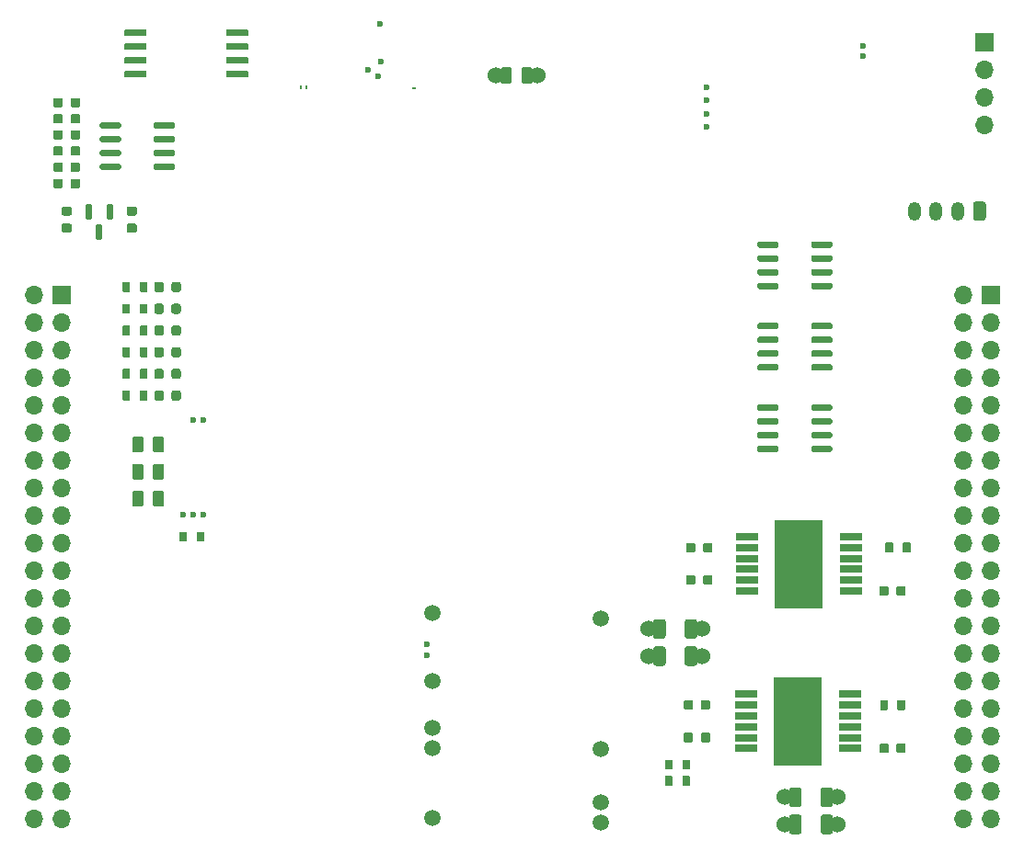
<source format=gts>
G04 #@! TF.GenerationSoftware,KiCad,Pcbnew,8.0.7*
G04 #@! TF.CreationDate,2025-01-03T18:23:31+03:00*
G04 #@! TF.ProjectId,stabildaytona,73746162-696c-4646-9179-746f6e612e6b,D*
G04 #@! TF.SameCoordinates,PX2faf080PY9896800*
G04 #@! TF.FileFunction,Soldermask,Top*
G04 #@! TF.FilePolarity,Negative*
%FSLAX46Y46*%
G04 Gerber Fmt 4.6, Leading zero omitted, Abs format (unit mm)*
G04 Created by KiCad (PCBNEW 8.0.7) date 2025-01-03 18:23:31*
%MOMM*%
%LPD*%
G01*
G04 APERTURE LIST*
%ADD10C,1.500000*%
%ADD11C,0.600000*%
%ADD12R,4.500000X8.100000*%
%ADD13R,2.000000X0.650000*%
%ADD14C,1.524000*%
%ADD15O,0.499999X0.250000*%
%ADD16O,0.250000X0.499999*%
%ADD17C,0.599999*%
%ADD18R,1.700000X1.700000*%
%ADD19O,1.700000X1.700000*%
%ADD20O,1.200000X1.750000*%
G04 APERTURE END LIST*
G04 #@! TO.C,C28*
G36*
G01*
X5284999Y67660000D02*
X5284999Y68340000D01*
G75*
G02*
X5369999Y68425000I85000J0D01*
G01*
X6049999Y68425000D01*
G75*
G02*
X6134999Y68340000I0J-85000D01*
G01*
X6134999Y67660000D01*
G75*
G02*
X6049999Y67575000I-85000J0D01*
G01*
X5369999Y67575000D01*
G75*
G02*
X5284999Y67660000I0J85000D01*
G01*
G37*
G36*
G01*
X6865001Y67660000D02*
X6865001Y68340000D01*
G75*
G02*
X6950001Y68425000I85000J0D01*
G01*
X7630001Y68425000D01*
G75*
G02*
X7715001Y68340000I0J-85000D01*
G01*
X7715001Y67660000D01*
G75*
G02*
X7630001Y67575000I-85000J0D01*
G01*
X6950001Y67575000D01*
G75*
G02*
X6865001Y67660000I0J85000D01*
G01*
G37*
G04 #@! TD*
D10*
G04 #@! TO.C,M1*
X40125005Y3600003D03*
X40125005Y10000000D03*
X40125005Y11900003D03*
X40125005Y16200003D03*
D11*
X39675006Y18600000D03*
X39675006Y19600001D03*
D10*
X40125005Y22450003D03*
X55625002Y3150001D03*
X55625002Y5000000D03*
X55625002Y9950003D03*
X55625002Y22000001D03*
G04 #@! TD*
G04 #@! TO.C,F6*
G36*
G01*
X14562500Y52243750D02*
X14562500Y52756250D01*
G75*
G02*
X14781250Y52975000I218750J0D01*
G01*
X15218750Y52975000D01*
G75*
G02*
X15437500Y52756250I0J-218750D01*
G01*
X15437500Y52243750D01*
G75*
G02*
X15218750Y52025000I-218750J0D01*
G01*
X14781250Y52025000D01*
G75*
G02*
X14562500Y52243750I0J218750D01*
G01*
G37*
G36*
G01*
X16137500Y52243750D02*
X16137500Y52756250D01*
G75*
G02*
X16356250Y52975000I218750J0D01*
G01*
X16793750Y52975000D01*
G75*
G02*
X17012500Y52756250I0J-218750D01*
G01*
X17012500Y52243750D01*
G75*
G02*
X16793750Y52025000I-218750J0D01*
G01*
X16356250Y52025000D01*
G75*
G02*
X16137500Y52243750I0J218750D01*
G01*
G37*
G04 #@! TD*
G04 #@! TO.C,L1*
G36*
G01*
X6756250Y57487500D02*
X6243750Y57487500D01*
G75*
G02*
X6025000Y57706250I0J218750D01*
G01*
X6025000Y58143750D01*
G75*
G02*
X6243750Y58362500I218750J0D01*
G01*
X6756250Y58362500D01*
G75*
G02*
X6975000Y58143750I0J-218750D01*
G01*
X6975000Y57706250D01*
G75*
G02*
X6756250Y57487500I-218750J0D01*
G01*
G37*
G36*
G01*
X6756250Y59062500D02*
X6243750Y59062500D01*
G75*
G02*
X6025000Y59281250I0J218750D01*
G01*
X6025000Y59718750D01*
G75*
G02*
X6243750Y59937500I218750J0D01*
G01*
X6756250Y59937500D01*
G75*
G02*
X6975000Y59718750I0J-218750D01*
G01*
X6975000Y59281250D01*
G75*
G02*
X6756250Y59062500I-218750J0D01*
G01*
G37*
G04 #@! TD*
G04 #@! TO.C,R9*
G36*
G01*
X81850000Y28110000D02*
X81850000Y28890000D01*
G75*
G02*
X81920000Y28960000I70000J0D01*
G01*
X82480000Y28960000D01*
G75*
G02*
X82550000Y28890000I0J-70000D01*
G01*
X82550000Y28110000D01*
G75*
G02*
X82480000Y28040000I-70000J0D01*
G01*
X81920000Y28040000D01*
G75*
G02*
X81850000Y28110000I0J70000D01*
G01*
G37*
G36*
G01*
X83450000Y28110000D02*
X83450000Y28890000D01*
G75*
G02*
X83520000Y28960000I70000J0D01*
G01*
X84080000Y28960000D01*
G75*
G02*
X84150000Y28890000I0J-70000D01*
G01*
X84150000Y28110000D01*
G75*
G02*
X84080000Y28040000I-70000J0D01*
G01*
X83520000Y28040000D01*
G75*
G02*
X83450000Y28110000I0J70000D01*
G01*
G37*
G04 #@! TD*
D12*
G04 #@! TO.C,U1*
X73875000Y27000000D03*
D13*
X78675000Y29500000D03*
X78675000Y28500000D03*
X78675000Y27500000D03*
X78675000Y26500000D03*
X78675000Y25500000D03*
X78675000Y24500000D03*
X69075000Y24500000D03*
X69075000Y25500000D03*
X69075000Y26500000D03*
X69075000Y27500000D03*
X69075000Y28500000D03*
X69075000Y29500000D03*
G04 #@! TD*
G04 #@! TO.C,C31*
G36*
G01*
X5284999Y63190000D02*
X5284999Y63870000D01*
G75*
G02*
X5369999Y63955000I85000J0D01*
G01*
X6049999Y63955000D01*
G75*
G02*
X6134999Y63870000I0J-85000D01*
G01*
X6134999Y63190000D01*
G75*
G02*
X6049999Y63105000I-85000J0D01*
G01*
X5369999Y63105000D01*
G75*
G02*
X5284999Y63190000I0J85000D01*
G01*
G37*
G36*
G01*
X6865001Y63190000D02*
X6865001Y63870000D01*
G75*
G02*
X6950001Y63955000I85000J0D01*
G01*
X7630001Y63955000D01*
G75*
G02*
X7715001Y63870000I0J-85000D01*
G01*
X7715001Y63190000D01*
G75*
G02*
X7630001Y63105000I-85000J0D01*
G01*
X6950001Y63105000D01*
G75*
G02*
X6865001Y63190000I0J85000D01*
G01*
G37*
G04 #@! TD*
G04 #@! TO.C,R8*
G36*
G01*
X12549999Y32369144D02*
X12549999Y33619144D01*
G75*
G02*
X12649999Y33719144I100000J0D01*
G01*
X13449999Y33719144D01*
G75*
G02*
X13549999Y33619144I0J-100000D01*
G01*
X13549999Y32369144D01*
G75*
G02*
X13449999Y32269144I-100000J0D01*
G01*
X12649999Y32269144D01*
G75*
G02*
X12549999Y32369144I0J100000D01*
G01*
G37*
G36*
G01*
X14450021Y32369144D02*
X14450021Y33619144D01*
G75*
G02*
X14550021Y33719144I100000J0D01*
G01*
X15350021Y33719144D01*
G75*
G02*
X15450021Y33619144I0J-100000D01*
G01*
X15450021Y32369144D01*
G75*
G02*
X15350021Y32269144I-100000J0D01*
G01*
X14550021Y32269144D01*
G75*
G02*
X14450021Y32369144I0J100000D01*
G01*
G37*
G04 #@! TD*
G04 #@! TO.C,C29*
G36*
G01*
X5284999Y66190000D02*
X5284999Y66870000D01*
G75*
G02*
X5369999Y66955000I85000J0D01*
G01*
X6049999Y66955000D01*
G75*
G02*
X6134999Y66870000I0J-85000D01*
G01*
X6134999Y66190000D01*
G75*
G02*
X6049999Y66105000I-85000J0D01*
G01*
X5369999Y66105000D01*
G75*
G02*
X5284999Y66190000I0J85000D01*
G01*
G37*
G36*
G01*
X6865001Y66190000D02*
X6865001Y66870000D01*
G75*
G02*
X6950001Y66955000I85000J0D01*
G01*
X7630001Y66955000D01*
G75*
G02*
X7715001Y66870000I0J-85000D01*
G01*
X7715001Y66190000D01*
G75*
G02*
X7630001Y66105000I-85000J0D01*
G01*
X6950001Y66105000D01*
G75*
G02*
X6865001Y66190000I0J85000D01*
G01*
G37*
G04 #@! TD*
G04 #@! TO.C,C30*
G36*
G01*
X5284999Y64690000D02*
X5284999Y65370000D01*
G75*
G02*
X5369999Y65455000I85000J0D01*
G01*
X6049999Y65455000D01*
G75*
G02*
X6134999Y65370000I0J-85000D01*
G01*
X6134999Y64690000D01*
G75*
G02*
X6049999Y64605000I-85000J0D01*
G01*
X5369999Y64605000D01*
G75*
G02*
X5284999Y64690000I0J85000D01*
G01*
G37*
G36*
G01*
X6865001Y64690000D02*
X6865001Y65370000D01*
G75*
G02*
X6950001Y65455000I85000J0D01*
G01*
X7630001Y65455000D01*
G75*
G02*
X7715001Y65370000I0J-85000D01*
G01*
X7715001Y64690000D01*
G75*
G02*
X7630001Y64605000I-85000J0D01*
G01*
X6950001Y64605000D01*
G75*
G02*
X6865001Y64690000I0J85000D01*
G01*
G37*
G04 #@! TD*
G04 #@! TO.C,R7*
G36*
G01*
X12549999Y34872072D02*
X12549999Y36122072D01*
G75*
G02*
X12649999Y36222072I100000J0D01*
G01*
X13449999Y36222072D01*
G75*
G02*
X13549999Y36122072I0J-100000D01*
G01*
X13549999Y34872072D01*
G75*
G02*
X13449999Y34772072I-100000J0D01*
G01*
X12649999Y34772072D01*
G75*
G02*
X12549999Y34872072I0J100000D01*
G01*
G37*
G36*
G01*
X14450021Y34872072D02*
X14450021Y36122072D01*
G75*
G02*
X14550021Y36222072I100000J0D01*
G01*
X15350021Y36222072D01*
G75*
G02*
X15450021Y36122072I0J-100000D01*
G01*
X15450021Y34872072D01*
G75*
G02*
X15350021Y34772072I-100000J0D01*
G01*
X14550021Y34772072D01*
G75*
G02*
X14450021Y34872072I0J100000D01*
G01*
G37*
G04 #@! TD*
D11*
G04 #@! TO.C,M2*
X19074999Y31525000D03*
X18124999Y31525000D03*
X17175001Y31525000D03*
X18174999Y40225000D03*
X19074999Y40225000D03*
G04 #@! TD*
D12*
G04 #@! TO.C,U2*
X73800000Y12500000D03*
D13*
X78600000Y15000000D03*
X78600000Y14000000D03*
X78600000Y13000000D03*
X78600000Y12000000D03*
X78600000Y11000000D03*
X78600000Y10000000D03*
X69000000Y10000000D03*
X69000000Y11000000D03*
X69000000Y12000000D03*
X69000000Y13000000D03*
X69000000Y14000000D03*
X69000000Y15000000D03*
G04 #@! TD*
G04 #@! TO.C,R21*
G36*
G01*
X11637500Y50110000D02*
X11637500Y50890000D01*
G75*
G02*
X11707500Y50960000I70000J0D01*
G01*
X12267500Y50960000D01*
G75*
G02*
X12337500Y50890000I0J-70000D01*
G01*
X12337500Y50110000D01*
G75*
G02*
X12267500Y50040000I-70000J0D01*
G01*
X11707500Y50040000D01*
G75*
G02*
X11637500Y50110000I0J70000D01*
G01*
G37*
G36*
G01*
X13237500Y50110000D02*
X13237500Y50890000D01*
G75*
G02*
X13307500Y50960000I70000J0D01*
G01*
X13867500Y50960000D01*
G75*
G02*
X13937500Y50890000I0J-70000D01*
G01*
X13937500Y50110000D01*
G75*
G02*
X13867500Y50040000I-70000J0D01*
G01*
X13307500Y50040000D01*
G75*
G02*
X13237500Y50110000I0J70000D01*
G01*
G37*
G04 #@! TD*
G04 #@! TO.C,C13*
G36*
G01*
X83715001Y24840000D02*
X83715001Y24160000D01*
G75*
G02*
X83630001Y24075000I-85000J0D01*
G01*
X82950001Y24075000D01*
G75*
G02*
X82865001Y24160000I0J85000D01*
G01*
X82865001Y24840000D01*
G75*
G02*
X82950001Y24925000I85000J0D01*
G01*
X83630001Y24925000D01*
G75*
G02*
X83715001Y24840000I0J-85000D01*
G01*
G37*
G36*
G01*
X82134999Y24840000D02*
X82134999Y24160000D01*
G75*
G02*
X82049999Y24075000I-85000J0D01*
G01*
X81369999Y24075000D01*
G75*
G02*
X81284999Y24160000I0J85000D01*
G01*
X81284999Y24840000D01*
G75*
G02*
X81369999Y24925000I85000J0D01*
G01*
X82049999Y24925000D01*
G75*
G02*
X82134999Y24840000I0J-85000D01*
G01*
G37*
G04 #@! TD*
G04 #@! TO.C,C27*
G36*
G01*
X5284999Y69160000D02*
X5284999Y69840000D01*
G75*
G02*
X5369999Y69925000I85000J0D01*
G01*
X6049999Y69925000D01*
G75*
G02*
X6134999Y69840000I0J-85000D01*
G01*
X6134999Y69160000D01*
G75*
G02*
X6049999Y69075000I-85000J0D01*
G01*
X5369999Y69075000D01*
G75*
G02*
X5284999Y69160000I0J85000D01*
G01*
G37*
G36*
G01*
X6865001Y69160000D02*
X6865001Y69840000D01*
G75*
G02*
X6950001Y69925000I85000J0D01*
G01*
X7630001Y69925000D01*
G75*
G02*
X7715001Y69840000I0J-85000D01*
G01*
X7715001Y69160000D01*
G75*
G02*
X7630001Y69075000I-85000J0D01*
G01*
X6950001Y69075000D01*
G75*
G02*
X6865001Y69160000I0J85000D01*
G01*
G37*
G04 #@! TD*
G04 #@! TO.C,C25*
G36*
G01*
X63284999Y10660000D02*
X63284999Y11340000D01*
G75*
G02*
X63369999Y11425000I85000J0D01*
G01*
X64049999Y11425000D01*
G75*
G02*
X64134999Y11340000I0J-85000D01*
G01*
X64134999Y10660000D01*
G75*
G02*
X64049999Y10575000I-85000J0D01*
G01*
X63369999Y10575000D01*
G75*
G02*
X63284999Y10660000I0J85000D01*
G01*
G37*
G36*
G01*
X64865001Y10660000D02*
X64865001Y11340000D01*
G75*
G02*
X64950001Y11425000I85000J0D01*
G01*
X65630001Y11425000D01*
G75*
G02*
X65715001Y11340000I0J-85000D01*
G01*
X65715001Y10660000D01*
G75*
G02*
X65630001Y10575000I-85000J0D01*
G01*
X64950001Y10575000D01*
G75*
G02*
X64865001Y10660000I0J85000D01*
G01*
G37*
G04 #@! TD*
D14*
G04 #@! TO.C,F1*
X77450000Y5500000D03*
G36*
G01*
X76105010Y6400000D02*
X76795010Y6400000D01*
G75*
G02*
X77025010Y6170000I0J-230000D01*
G01*
X77025010Y4830000D01*
G75*
G02*
X76795010Y4600000I-230000J0D01*
G01*
X76105010Y4600000D01*
G75*
G02*
X75875010Y4830000I0J230000D01*
G01*
X75875010Y6170000D01*
G75*
G02*
X76105010Y6400000I230000J0D01*
G01*
G37*
G36*
G01*
X73204990Y6400000D02*
X73894990Y6400000D01*
G75*
G02*
X74124990Y6170000I0J-230000D01*
G01*
X74124990Y4830000D01*
G75*
G02*
X73894990Y4600000I-230000J0D01*
G01*
X73204990Y4600000D01*
G75*
G02*
X72974990Y4830000I0J230000D01*
G01*
X72974990Y6170000D01*
G75*
G02*
X73204990Y6400000I230000J0D01*
G01*
G37*
X72550000Y5500000D03*
G04 #@! TD*
G04 #@! TO.C,U4*
G36*
G01*
X14500000Y67255000D02*
X14500000Y67555000D01*
G75*
G02*
X14650000Y67705000I150000J0D01*
G01*
X16300000Y67705000D01*
G75*
G02*
X16450000Y67555000I0J-150000D01*
G01*
X16450000Y67255000D01*
G75*
G02*
X16300000Y67105000I-150000J0D01*
G01*
X14650000Y67105000D01*
G75*
G02*
X14500000Y67255000I0J150000D01*
G01*
G37*
G36*
G01*
X14500000Y65985000D02*
X14500000Y66285000D01*
G75*
G02*
X14650000Y66435000I150000J0D01*
G01*
X16300000Y66435000D01*
G75*
G02*
X16450000Y66285000I0J-150000D01*
G01*
X16450000Y65985000D01*
G75*
G02*
X16300000Y65835000I-150000J0D01*
G01*
X14650000Y65835000D01*
G75*
G02*
X14500000Y65985000I0J150000D01*
G01*
G37*
G36*
G01*
X14500000Y64715000D02*
X14500000Y65015000D01*
G75*
G02*
X14650000Y65165000I150000J0D01*
G01*
X16300000Y65165000D01*
G75*
G02*
X16450000Y65015000I0J-150000D01*
G01*
X16450000Y64715000D01*
G75*
G02*
X16300000Y64565000I-150000J0D01*
G01*
X14650000Y64565000D01*
G75*
G02*
X14500000Y64715000I0J150000D01*
G01*
G37*
G36*
G01*
X14500000Y63445000D02*
X14500000Y63745000D01*
G75*
G02*
X14650000Y63895000I150000J0D01*
G01*
X16300000Y63895000D01*
G75*
G02*
X16450000Y63745000I0J-150000D01*
G01*
X16450000Y63445000D01*
G75*
G02*
X16300000Y63295000I-150000J0D01*
G01*
X14650000Y63295000D01*
G75*
G02*
X14500000Y63445000I0J150000D01*
G01*
G37*
G36*
G01*
X9550000Y63445000D02*
X9550000Y63745000D01*
G75*
G02*
X9700000Y63895000I150000J0D01*
G01*
X11350000Y63895000D01*
G75*
G02*
X11500000Y63745000I0J-150000D01*
G01*
X11500000Y63445000D01*
G75*
G02*
X11350000Y63295000I-150000J0D01*
G01*
X9700000Y63295000D01*
G75*
G02*
X9550000Y63445000I0J150000D01*
G01*
G37*
G36*
G01*
X9550000Y64715000D02*
X9550000Y65015000D01*
G75*
G02*
X9700000Y65165000I150000J0D01*
G01*
X11350000Y65165000D01*
G75*
G02*
X11500000Y65015000I0J-150000D01*
G01*
X11500000Y64715000D01*
G75*
G02*
X11350000Y64565000I-150000J0D01*
G01*
X9700000Y64565000D01*
G75*
G02*
X9550000Y64715000I0J150000D01*
G01*
G37*
G36*
G01*
X9550000Y65985000D02*
X9550000Y66285000D01*
G75*
G02*
X9700000Y66435000I150000J0D01*
G01*
X11350000Y66435000D01*
G75*
G02*
X11500000Y66285000I0J-150000D01*
G01*
X11500000Y65985000D01*
G75*
G02*
X11350000Y65835000I-150000J0D01*
G01*
X9700000Y65835000D01*
G75*
G02*
X9550000Y65985000I0J150000D01*
G01*
G37*
G36*
G01*
X9550000Y67255000D02*
X9550000Y67555000D01*
G75*
G02*
X9700000Y67705000I150000J0D01*
G01*
X11350000Y67705000D01*
G75*
G02*
X11500000Y67555000I0J-150000D01*
G01*
X11500000Y67255000D01*
G75*
G02*
X11350000Y67105000I-150000J0D01*
G01*
X9700000Y67105000D01*
G75*
G02*
X9550000Y67255000I0J150000D01*
G01*
G37*
G04 #@! TD*
G04 #@! TO.C,D8*
G36*
G01*
X10300000Y60175000D02*
X10600000Y60175000D01*
G75*
G02*
X10750000Y60025000I0J-150000D01*
G01*
X10750000Y58850000D01*
G75*
G02*
X10600000Y58700000I-150000J0D01*
G01*
X10300000Y58700000D01*
G75*
G02*
X10150000Y58850000I0J150000D01*
G01*
X10150000Y60025000D01*
G75*
G02*
X10300000Y60175000I150000J0D01*
G01*
G37*
G36*
G01*
X8400000Y60175000D02*
X8700000Y60175000D01*
G75*
G02*
X8850000Y60025000I0J-150000D01*
G01*
X8850000Y58850000D01*
G75*
G02*
X8700000Y58700000I-150000J0D01*
G01*
X8400000Y58700000D01*
G75*
G02*
X8250000Y58850000I0J150000D01*
G01*
X8250000Y60025000D01*
G75*
G02*
X8400000Y60175000I150000J0D01*
G01*
G37*
G36*
G01*
X9350000Y58300000D02*
X9650000Y58300000D01*
G75*
G02*
X9800000Y58150000I0J-150000D01*
G01*
X9800000Y56975000D01*
G75*
G02*
X9650000Y56825000I-150000J0D01*
G01*
X9350000Y56825000D01*
G75*
G02*
X9200000Y56975000I0J150000D01*
G01*
X9200000Y58150000D01*
G75*
G02*
X9350000Y58300000I150000J0D01*
G01*
G37*
G04 #@! TD*
G04 #@! TO.C,U9*
G36*
G01*
X70050000Y56255000D02*
X70050000Y56555000D01*
G75*
G02*
X70200000Y56705000I150000J0D01*
G01*
X71850000Y56705000D01*
G75*
G02*
X72000000Y56555000I0J-150000D01*
G01*
X72000000Y56255000D01*
G75*
G02*
X71850000Y56105000I-150000J0D01*
G01*
X70200000Y56105000D01*
G75*
G02*
X70050000Y56255000I0J150000D01*
G01*
G37*
G36*
G01*
X70050000Y54985000D02*
X70050000Y55285000D01*
G75*
G02*
X70200000Y55435000I150000J0D01*
G01*
X71850000Y55435000D01*
G75*
G02*
X72000000Y55285000I0J-150000D01*
G01*
X72000000Y54985000D01*
G75*
G02*
X71850000Y54835000I-150000J0D01*
G01*
X70200000Y54835000D01*
G75*
G02*
X70050000Y54985000I0J150000D01*
G01*
G37*
G36*
G01*
X70050000Y53715000D02*
X70050000Y54015000D01*
G75*
G02*
X70200000Y54165000I150000J0D01*
G01*
X71850000Y54165000D01*
G75*
G02*
X72000000Y54015000I0J-150000D01*
G01*
X72000000Y53715000D01*
G75*
G02*
X71850000Y53565000I-150000J0D01*
G01*
X70200000Y53565000D01*
G75*
G02*
X70050000Y53715000I0J150000D01*
G01*
G37*
G36*
G01*
X70050000Y52445000D02*
X70050000Y52745000D01*
G75*
G02*
X70200000Y52895000I150000J0D01*
G01*
X71850000Y52895000D01*
G75*
G02*
X72000000Y52745000I0J-150000D01*
G01*
X72000000Y52445000D01*
G75*
G02*
X71850000Y52295000I-150000J0D01*
G01*
X70200000Y52295000D01*
G75*
G02*
X70050000Y52445000I0J150000D01*
G01*
G37*
G36*
G01*
X75000000Y52445000D02*
X75000000Y52745000D01*
G75*
G02*
X75150000Y52895000I150000J0D01*
G01*
X76800000Y52895000D01*
G75*
G02*
X76950000Y52745000I0J-150000D01*
G01*
X76950000Y52445000D01*
G75*
G02*
X76800000Y52295000I-150000J0D01*
G01*
X75150000Y52295000D01*
G75*
G02*
X75000000Y52445000I0J150000D01*
G01*
G37*
G36*
G01*
X75000000Y53715000D02*
X75000000Y54015000D01*
G75*
G02*
X75150000Y54165000I150000J0D01*
G01*
X76800000Y54165000D01*
G75*
G02*
X76950000Y54015000I0J-150000D01*
G01*
X76950000Y53715000D01*
G75*
G02*
X76800000Y53565000I-150000J0D01*
G01*
X75150000Y53565000D01*
G75*
G02*
X75000000Y53715000I0J150000D01*
G01*
G37*
G36*
G01*
X75000000Y54985000D02*
X75000000Y55285000D01*
G75*
G02*
X75150000Y55435000I150000J0D01*
G01*
X76800000Y55435000D01*
G75*
G02*
X76950000Y55285000I0J-150000D01*
G01*
X76950000Y54985000D01*
G75*
G02*
X76800000Y54835000I-150000J0D01*
G01*
X75150000Y54835000D01*
G75*
G02*
X75000000Y54985000I0J150000D01*
G01*
G37*
G36*
G01*
X75000000Y56255000D02*
X75000000Y56555000D01*
G75*
G02*
X75150000Y56705000I150000J0D01*
G01*
X76800000Y56705000D01*
G75*
G02*
X76950000Y56555000I0J-150000D01*
G01*
X76950000Y56255000D01*
G75*
G02*
X76800000Y56105000I-150000J0D01*
G01*
X75150000Y56105000D01*
G75*
G02*
X75000000Y56255000I0J150000D01*
G01*
G37*
G04 #@! TD*
G04 #@! TO.C,L2*
G36*
G01*
X12756250Y57487500D02*
X12243750Y57487500D01*
G75*
G02*
X12025000Y57706250I0J218750D01*
G01*
X12025000Y58143750D01*
G75*
G02*
X12243750Y58362500I218750J0D01*
G01*
X12756250Y58362500D01*
G75*
G02*
X12975000Y58143750I0J-218750D01*
G01*
X12975000Y57706250D01*
G75*
G02*
X12756250Y57487500I-218750J0D01*
G01*
G37*
G36*
G01*
X12756250Y59062500D02*
X12243750Y59062500D01*
G75*
G02*
X12025000Y59281250I0J218750D01*
G01*
X12025000Y59718750D01*
G75*
G02*
X12243750Y59937500I218750J0D01*
G01*
X12756250Y59937500D01*
G75*
G02*
X12975000Y59718750I0J-218750D01*
G01*
X12975000Y59281250D01*
G75*
G02*
X12756250Y59062500I-218750J0D01*
G01*
G37*
G04 #@! TD*
G04 #@! TO.C,U10*
G36*
G01*
X70050000Y48755000D02*
X70050000Y49055000D01*
G75*
G02*
X70200000Y49205000I150000J0D01*
G01*
X71850000Y49205000D01*
G75*
G02*
X72000000Y49055000I0J-150000D01*
G01*
X72000000Y48755000D01*
G75*
G02*
X71850000Y48605000I-150000J0D01*
G01*
X70200000Y48605000D01*
G75*
G02*
X70050000Y48755000I0J150000D01*
G01*
G37*
G36*
G01*
X70050000Y47485000D02*
X70050000Y47785000D01*
G75*
G02*
X70200000Y47935000I150000J0D01*
G01*
X71850000Y47935000D01*
G75*
G02*
X72000000Y47785000I0J-150000D01*
G01*
X72000000Y47485000D01*
G75*
G02*
X71850000Y47335000I-150000J0D01*
G01*
X70200000Y47335000D01*
G75*
G02*
X70050000Y47485000I0J150000D01*
G01*
G37*
G36*
G01*
X70050000Y46215000D02*
X70050000Y46515000D01*
G75*
G02*
X70200000Y46665000I150000J0D01*
G01*
X71850000Y46665000D01*
G75*
G02*
X72000000Y46515000I0J-150000D01*
G01*
X72000000Y46215000D01*
G75*
G02*
X71850000Y46065000I-150000J0D01*
G01*
X70200000Y46065000D01*
G75*
G02*
X70050000Y46215000I0J150000D01*
G01*
G37*
G36*
G01*
X70050000Y44945000D02*
X70050000Y45245000D01*
G75*
G02*
X70200000Y45395000I150000J0D01*
G01*
X71850000Y45395000D01*
G75*
G02*
X72000000Y45245000I0J-150000D01*
G01*
X72000000Y44945000D01*
G75*
G02*
X71850000Y44795000I-150000J0D01*
G01*
X70200000Y44795000D01*
G75*
G02*
X70050000Y44945000I0J150000D01*
G01*
G37*
G36*
G01*
X75000000Y44945000D02*
X75000000Y45245000D01*
G75*
G02*
X75150000Y45395000I150000J0D01*
G01*
X76800000Y45395000D01*
G75*
G02*
X76950000Y45245000I0J-150000D01*
G01*
X76950000Y44945000D01*
G75*
G02*
X76800000Y44795000I-150000J0D01*
G01*
X75150000Y44795000D01*
G75*
G02*
X75000000Y44945000I0J150000D01*
G01*
G37*
G36*
G01*
X75000000Y46215000D02*
X75000000Y46515000D01*
G75*
G02*
X75150000Y46665000I150000J0D01*
G01*
X76800000Y46665000D01*
G75*
G02*
X76950000Y46515000I0J-150000D01*
G01*
X76950000Y46215000D01*
G75*
G02*
X76800000Y46065000I-150000J0D01*
G01*
X75150000Y46065000D01*
G75*
G02*
X75000000Y46215000I0J150000D01*
G01*
G37*
G36*
G01*
X75000000Y47485000D02*
X75000000Y47785000D01*
G75*
G02*
X75150000Y47935000I150000J0D01*
G01*
X76800000Y47935000D01*
G75*
G02*
X76950000Y47785000I0J-150000D01*
G01*
X76950000Y47485000D01*
G75*
G02*
X76800000Y47335000I-150000J0D01*
G01*
X75150000Y47335000D01*
G75*
G02*
X75000000Y47485000I0J150000D01*
G01*
G37*
G36*
G01*
X75000000Y48755000D02*
X75000000Y49055000D01*
G75*
G02*
X75150000Y49205000I150000J0D01*
G01*
X76800000Y49205000D01*
G75*
G02*
X76950000Y49055000I0J-150000D01*
G01*
X76950000Y48755000D01*
G75*
G02*
X76800000Y48605000I-150000J0D01*
G01*
X75150000Y48605000D01*
G75*
G02*
X75000000Y48755000I0J150000D01*
G01*
G37*
G04 #@! TD*
D15*
G04 #@! TO.C,CAN1*
X38437495Y70856666D03*
D16*
X28087501Y70906664D03*
X28587502Y70906664D03*
D17*
X35137499Y71956662D03*
X34262497Y72481662D03*
X35437501Y73231660D03*
X35362498Y76781661D03*
G04 #@! TD*
G04 #@! TO.C,F7*
G36*
G01*
X14562500Y48243750D02*
X14562500Y48756250D01*
G75*
G02*
X14781250Y48975000I218750J0D01*
G01*
X15218750Y48975000D01*
G75*
G02*
X15437500Y48756250I0J-218750D01*
G01*
X15437500Y48243750D01*
G75*
G02*
X15218750Y48025000I-218750J0D01*
G01*
X14781250Y48025000D01*
G75*
G02*
X14562500Y48243750I0J218750D01*
G01*
G37*
G36*
G01*
X16137500Y48243750D02*
X16137500Y48756250D01*
G75*
G02*
X16356250Y48975000I218750J0D01*
G01*
X16793750Y48975000D01*
G75*
G02*
X17012500Y48756250I0J-218750D01*
G01*
X17012500Y48243750D01*
G75*
G02*
X16793750Y48025000I-218750J0D01*
G01*
X16356250Y48025000D01*
G75*
G02*
X16137500Y48243750I0J218750D01*
G01*
G37*
G04 #@! TD*
D14*
G04 #@! TO.C,R4*
X49810000Y72000000D03*
G36*
G01*
X49355001Y72625000D02*
X49355001Y71375000D01*
G75*
G02*
X49255001Y71275000I-100000J0D01*
G01*
X48455001Y71275000D01*
G75*
G02*
X48355001Y71375000I0J100000D01*
G01*
X48355001Y72625000D01*
G75*
G02*
X48455001Y72725000I100000J0D01*
G01*
X49255001Y72725000D01*
G75*
G02*
X49355001Y72625000I0J-100000D01*
G01*
G37*
G36*
G01*
X47454979Y72625000D02*
X47454979Y71375000D01*
G75*
G02*
X47354979Y71275000I-100000J0D01*
G01*
X46554979Y71275000D01*
G75*
G02*
X46454979Y71375000I0J100000D01*
G01*
X46454979Y72625000D01*
G75*
G02*
X46554979Y72725000I100000J0D01*
G01*
X47354979Y72725000D01*
G75*
G02*
X47454979Y72625000I0J-100000D01*
G01*
G37*
X46000000Y72000000D03*
G04 #@! TD*
G04 #@! TO.C,R2*
G36*
G01*
X61550000Y8110000D02*
X61550000Y8890000D01*
G75*
G02*
X61620000Y8960000I70000J0D01*
G01*
X62180000Y8960000D01*
G75*
G02*
X62250000Y8890000I0J-70000D01*
G01*
X62250000Y8110000D01*
G75*
G02*
X62180000Y8040000I-70000J0D01*
G01*
X61620000Y8040000D01*
G75*
G02*
X61550000Y8110000I0J70000D01*
G01*
G37*
G36*
G01*
X63150000Y8110000D02*
X63150000Y8890000D01*
G75*
G02*
X63220000Y8960000I70000J0D01*
G01*
X63780000Y8960000D01*
G75*
G02*
X63850000Y8890000I0J-70000D01*
G01*
X63850000Y8110000D01*
G75*
G02*
X63780000Y8040000I-70000J0D01*
G01*
X63220000Y8040000D01*
G75*
G02*
X63150000Y8110000I0J70000D01*
G01*
G37*
G04 #@! TD*
G04 #@! TO.C,C26*
G36*
G01*
X83715001Y10340000D02*
X83715001Y9660000D01*
G75*
G02*
X83630001Y9575000I-85000J0D01*
G01*
X82950001Y9575000D01*
G75*
G02*
X82865001Y9660000I0J85000D01*
G01*
X82865001Y10340000D01*
G75*
G02*
X82950001Y10425000I85000J0D01*
G01*
X83630001Y10425000D01*
G75*
G02*
X83715001Y10340000I0J-85000D01*
G01*
G37*
G36*
G01*
X82134999Y10340000D02*
X82134999Y9660000D01*
G75*
G02*
X82049999Y9575000I-85000J0D01*
G01*
X81369999Y9575000D01*
G75*
G02*
X81284999Y9660000I0J85000D01*
G01*
X81284999Y10340000D01*
G75*
G02*
X81369999Y10425000I85000J0D01*
G01*
X82049999Y10425000D01*
G75*
G02*
X82134999Y10340000I0J-85000D01*
G01*
G37*
G04 #@! TD*
G04 #@! TO.C,R6*
G36*
G01*
X16850000Y29110000D02*
X16850000Y29890000D01*
G75*
G02*
X16920000Y29960000I70000J0D01*
G01*
X17480000Y29960000D01*
G75*
G02*
X17550000Y29890000I0J-70000D01*
G01*
X17550000Y29110000D01*
G75*
G02*
X17480000Y29040000I-70000J0D01*
G01*
X16920000Y29040000D01*
G75*
G02*
X16850000Y29110000I0J70000D01*
G01*
G37*
G36*
G01*
X18450000Y29110000D02*
X18450000Y29890000D01*
G75*
G02*
X18520000Y29960000I70000J0D01*
G01*
X19080000Y29960000D01*
G75*
G02*
X19150000Y29890000I0J-70000D01*
G01*
X19150000Y29110000D01*
G75*
G02*
X19080000Y29040000I-70000J0D01*
G01*
X18520000Y29040000D01*
G75*
G02*
X18450000Y29110000I0J70000D01*
G01*
G37*
G04 #@! TD*
G04 #@! TO.C,R20*
G36*
G01*
X11637500Y52110000D02*
X11637500Y52890000D01*
G75*
G02*
X11707500Y52960000I70000J0D01*
G01*
X12267500Y52960000D01*
G75*
G02*
X12337500Y52890000I0J-70000D01*
G01*
X12337500Y52110000D01*
G75*
G02*
X12267500Y52040000I-70000J0D01*
G01*
X11707500Y52040000D01*
G75*
G02*
X11637500Y52110000I0J70000D01*
G01*
G37*
G36*
G01*
X13237500Y52110000D02*
X13237500Y52890000D01*
G75*
G02*
X13307500Y52960000I70000J0D01*
G01*
X13867500Y52960000D01*
G75*
G02*
X13937500Y52890000I0J-70000D01*
G01*
X13937500Y52110000D01*
G75*
G02*
X13867500Y52040000I-70000J0D01*
G01*
X13307500Y52040000D01*
G75*
G02*
X13237500Y52110000I0J70000D01*
G01*
G37*
G04 #@! TD*
G04 #@! TO.C,R26*
G36*
G01*
X11637500Y46110000D02*
X11637500Y46890000D01*
G75*
G02*
X11707500Y46960000I70000J0D01*
G01*
X12267500Y46960000D01*
G75*
G02*
X12337500Y46890000I0J-70000D01*
G01*
X12337500Y46110000D01*
G75*
G02*
X12267500Y46040000I-70000J0D01*
G01*
X11707500Y46040000D01*
G75*
G02*
X11637500Y46110000I0J70000D01*
G01*
G37*
G36*
G01*
X13237500Y46110000D02*
X13237500Y46890000D01*
G75*
G02*
X13307500Y46960000I70000J0D01*
G01*
X13867500Y46960000D01*
G75*
G02*
X13937500Y46890000I0J-70000D01*
G01*
X13937500Y46110000D01*
G75*
G02*
X13867500Y46040000I-70000J0D01*
G01*
X13307500Y46040000D01*
G75*
G02*
X13237500Y46110000I0J70000D01*
G01*
G37*
G04 #@! TD*
G04 #@! TO.C,R28*
G36*
G01*
X11637500Y42110000D02*
X11637500Y42890000D01*
G75*
G02*
X11707500Y42960000I70000J0D01*
G01*
X12267500Y42960000D01*
G75*
G02*
X12337500Y42890000I0J-70000D01*
G01*
X12337500Y42110000D01*
G75*
G02*
X12267500Y42040000I-70000J0D01*
G01*
X11707500Y42040000D01*
G75*
G02*
X11637500Y42110000I0J70000D01*
G01*
G37*
G36*
G01*
X13237500Y42110000D02*
X13237500Y42890000D01*
G75*
G02*
X13307500Y42960000I70000J0D01*
G01*
X13867500Y42960000D01*
G75*
G02*
X13937500Y42890000I0J-70000D01*
G01*
X13937500Y42110000D01*
G75*
G02*
X13867500Y42040000I-70000J0D01*
G01*
X13307500Y42040000D01*
G75*
G02*
X13237500Y42110000I0J70000D01*
G01*
G37*
G04 #@! TD*
G04 #@! TO.C,C11*
G36*
G01*
X63494998Y28160000D02*
X63494998Y28840000D01*
G75*
G02*
X63579998Y28925000I85000J0D01*
G01*
X64259998Y28925000D01*
G75*
G02*
X64344998Y28840000I0J-85000D01*
G01*
X64344998Y28160000D01*
G75*
G02*
X64259998Y28075000I-85000J0D01*
G01*
X63579998Y28075000D01*
G75*
G02*
X63494998Y28160000I0J85000D01*
G01*
G37*
G36*
G01*
X65075000Y28160000D02*
X65075000Y28840000D01*
G75*
G02*
X65160000Y28925000I85000J0D01*
G01*
X65840000Y28925000D01*
G75*
G02*
X65925000Y28840000I0J-85000D01*
G01*
X65925000Y28160000D01*
G75*
G02*
X65840000Y28075000I-85000J0D01*
G01*
X65160000Y28075000D01*
G75*
G02*
X65075000Y28160000I0J85000D01*
G01*
G37*
G04 #@! TD*
G04 #@! TO.C,R22*
G36*
G01*
X11637500Y48110000D02*
X11637500Y48890000D01*
G75*
G02*
X11707500Y48960000I70000J0D01*
G01*
X12267500Y48960000D01*
G75*
G02*
X12337500Y48890000I0J-70000D01*
G01*
X12337500Y48110000D01*
G75*
G02*
X12267500Y48040000I-70000J0D01*
G01*
X11707500Y48040000D01*
G75*
G02*
X11637500Y48110000I0J70000D01*
G01*
G37*
G36*
G01*
X13237500Y48110000D02*
X13237500Y48890000D01*
G75*
G02*
X13307500Y48960000I70000J0D01*
G01*
X13867500Y48960000D01*
G75*
G02*
X13937500Y48890000I0J-70000D01*
G01*
X13937500Y48110000D01*
G75*
G02*
X13867500Y48040000I-70000J0D01*
G01*
X13307500Y48040000D01*
G75*
G02*
X13237500Y48110000I0J70000D01*
G01*
G37*
G04 #@! TD*
G04 #@! TO.C,F8*
G36*
G01*
X14562500Y46243750D02*
X14562500Y46756250D01*
G75*
G02*
X14781250Y46975000I218750J0D01*
G01*
X15218750Y46975000D01*
G75*
G02*
X15437500Y46756250I0J-218750D01*
G01*
X15437500Y46243750D01*
G75*
G02*
X15218750Y46025000I-218750J0D01*
G01*
X14781250Y46025000D01*
G75*
G02*
X14562500Y46243750I0J218750D01*
G01*
G37*
G36*
G01*
X16137500Y46243750D02*
X16137500Y46756250D01*
G75*
G02*
X16356250Y46975000I218750J0D01*
G01*
X16793750Y46975000D01*
G75*
G02*
X17012500Y46756250I0J-218750D01*
G01*
X17012500Y46243750D01*
G75*
G02*
X16793750Y46025000I-218750J0D01*
G01*
X16356250Y46025000D01*
G75*
G02*
X16137500Y46243750I0J218750D01*
G01*
G37*
G04 #@! TD*
G04 #@! TO.C,C32*
G36*
G01*
X5284999Y61690000D02*
X5284999Y62370000D01*
G75*
G02*
X5369999Y62455000I85000J0D01*
G01*
X6049999Y62455000D01*
G75*
G02*
X6134999Y62370000I0J-85000D01*
G01*
X6134999Y61690000D01*
G75*
G02*
X6049999Y61605000I-85000J0D01*
G01*
X5369999Y61605000D01*
G75*
G02*
X5284999Y61690000I0J85000D01*
G01*
G37*
G36*
G01*
X6865001Y61690000D02*
X6865001Y62370000D01*
G75*
G02*
X6950001Y62455000I85000J0D01*
G01*
X7630001Y62455000D01*
G75*
G02*
X7715001Y62370000I0J-85000D01*
G01*
X7715001Y61690000D01*
G75*
G02*
X7630001Y61605000I-85000J0D01*
G01*
X6950001Y61605000D01*
G75*
G02*
X6865001Y61690000I0J85000D01*
G01*
G37*
G04 #@! TD*
G04 #@! TO.C,C12*
G36*
G01*
X63494998Y25160000D02*
X63494998Y25840000D01*
G75*
G02*
X63579998Y25925000I85000J0D01*
G01*
X64259998Y25925000D01*
G75*
G02*
X64344998Y25840000I0J-85000D01*
G01*
X64344998Y25160000D01*
G75*
G02*
X64259998Y25075000I-85000J0D01*
G01*
X63579998Y25075000D01*
G75*
G02*
X63494998Y25160000I0J85000D01*
G01*
G37*
G36*
G01*
X65075000Y25160000D02*
X65075000Y25840000D01*
G75*
G02*
X65160000Y25925000I85000J0D01*
G01*
X65840000Y25925000D01*
G75*
G02*
X65925000Y25840000I0J-85000D01*
G01*
X65925000Y25160000D01*
G75*
G02*
X65840000Y25075000I-85000J0D01*
G01*
X65160000Y25075000D01*
G75*
G02*
X65075000Y25160000I0J85000D01*
G01*
G37*
G04 #@! TD*
G04 #@! TO.C,R3*
G36*
G01*
X63850000Y7390000D02*
X63850000Y6610000D01*
G75*
G02*
X63780000Y6540000I-70000J0D01*
G01*
X63220000Y6540000D01*
G75*
G02*
X63150000Y6610000I0J70000D01*
G01*
X63150000Y7390000D01*
G75*
G02*
X63220000Y7460000I70000J0D01*
G01*
X63780000Y7460000D01*
G75*
G02*
X63850000Y7390000I0J-70000D01*
G01*
G37*
G36*
G01*
X62250000Y7390000D02*
X62250000Y6610000D01*
G75*
G02*
X62180000Y6540000I-70000J0D01*
G01*
X61620000Y6540000D01*
G75*
G02*
X61550000Y6610000I0J70000D01*
G01*
X61550000Y7390000D01*
G75*
G02*
X61620000Y7460000I70000J0D01*
G01*
X62180000Y7460000D01*
G75*
G02*
X62250000Y7390000I0J-70000D01*
G01*
G37*
G04 #@! TD*
G04 #@! TO.C,F4*
X60050000Y21000000D03*
G36*
G01*
X61394990Y20100000D02*
X60704990Y20100000D01*
G75*
G02*
X60474990Y20330000I0J230000D01*
G01*
X60474990Y21670000D01*
G75*
G02*
X60704990Y21900000I230000J0D01*
G01*
X61394990Y21900000D01*
G75*
G02*
X61624990Y21670000I0J-230000D01*
G01*
X61624990Y20330000D01*
G75*
G02*
X61394990Y20100000I-230000J0D01*
G01*
G37*
G36*
G01*
X64295010Y20100000D02*
X63605010Y20100000D01*
G75*
G02*
X63375010Y20330000I0J230000D01*
G01*
X63375010Y21670000D01*
G75*
G02*
X63605010Y21900000I230000J0D01*
G01*
X64295010Y21900000D01*
G75*
G02*
X64525010Y21670000I0J-230000D01*
G01*
X64525010Y20330000D01*
G75*
G02*
X64295010Y20100000I-230000J0D01*
G01*
G37*
X64950000Y21000000D03*
G04 #@! TD*
G04 #@! TO.C,F9*
G36*
G01*
X14562500Y44243750D02*
X14562500Y44756250D01*
G75*
G02*
X14781250Y44975000I218750J0D01*
G01*
X15218750Y44975000D01*
G75*
G02*
X15437500Y44756250I0J-218750D01*
G01*
X15437500Y44243750D01*
G75*
G02*
X15218750Y44025000I-218750J0D01*
G01*
X14781250Y44025000D01*
G75*
G02*
X14562500Y44243750I0J218750D01*
G01*
G37*
G36*
G01*
X16137500Y44243750D02*
X16137500Y44756250D01*
G75*
G02*
X16356250Y44975000I218750J0D01*
G01*
X16793750Y44975000D01*
G75*
G02*
X17012500Y44756250I0J-218750D01*
G01*
X17012500Y44243750D01*
G75*
G02*
X16793750Y44025000I-218750J0D01*
G01*
X16356250Y44025000D01*
G75*
G02*
X16137500Y44243750I0J218750D01*
G01*
G37*
G04 #@! TD*
G04 #@! TO.C,F10*
G36*
G01*
X14562500Y42243750D02*
X14562500Y42756250D01*
G75*
G02*
X14781250Y42975000I218750J0D01*
G01*
X15218750Y42975000D01*
G75*
G02*
X15437500Y42756250I0J-218750D01*
G01*
X15437500Y42243750D01*
G75*
G02*
X15218750Y42025000I-218750J0D01*
G01*
X14781250Y42025000D01*
G75*
G02*
X14562500Y42243750I0J218750D01*
G01*
G37*
G36*
G01*
X16137500Y42243750D02*
X16137500Y42756250D01*
G75*
G02*
X16356250Y42975000I218750J0D01*
G01*
X16793750Y42975000D01*
G75*
G02*
X17012500Y42756250I0J-218750D01*
G01*
X17012500Y42243750D01*
G75*
G02*
X16793750Y42025000I-218750J0D01*
G01*
X16356250Y42025000D01*
G75*
G02*
X16137500Y42243750I0J218750D01*
G01*
G37*
G04 #@! TD*
G04 #@! TO.C,F2*
X72550000Y3000000D03*
G36*
G01*
X73894990Y2100000D02*
X73204990Y2100000D01*
G75*
G02*
X72974990Y2330000I0J230000D01*
G01*
X72974990Y3670000D01*
G75*
G02*
X73204990Y3900000I230000J0D01*
G01*
X73894990Y3900000D01*
G75*
G02*
X74124990Y3670000I0J-230000D01*
G01*
X74124990Y2330000D01*
G75*
G02*
X73894990Y2100000I-230000J0D01*
G01*
G37*
G36*
G01*
X76795010Y2100000D02*
X76105010Y2100000D01*
G75*
G02*
X75875010Y2330000I0J230000D01*
G01*
X75875010Y3670000D01*
G75*
G02*
X76105010Y3900000I230000J0D01*
G01*
X76795010Y3900000D01*
G75*
G02*
X77025010Y3670000I0J-230000D01*
G01*
X77025010Y2330000D01*
G75*
G02*
X76795010Y2100000I-230000J0D01*
G01*
G37*
X77450000Y3000000D03*
G04 #@! TD*
G04 #@! TO.C,F3*
X60050000Y18500000D03*
G36*
G01*
X61394990Y17600000D02*
X60704990Y17600000D01*
G75*
G02*
X60474990Y17830000I0J230000D01*
G01*
X60474990Y19170000D01*
G75*
G02*
X60704990Y19400000I230000J0D01*
G01*
X61394990Y19400000D01*
G75*
G02*
X61624990Y19170000I0J-230000D01*
G01*
X61624990Y17830000D01*
G75*
G02*
X61394990Y17600000I-230000J0D01*
G01*
G37*
G36*
G01*
X64295010Y17600000D02*
X63605010Y17600000D01*
G75*
G02*
X63375010Y17830000I0J230000D01*
G01*
X63375010Y19170000D01*
G75*
G02*
X63605010Y19400000I230000J0D01*
G01*
X64295010Y19400000D01*
G75*
G02*
X64525010Y19170000I0J-230000D01*
G01*
X64525010Y17830000D01*
G75*
G02*
X64295010Y17600000I-230000J0D01*
G01*
G37*
X64950000Y18500000D03*
G04 #@! TD*
G04 #@! TO.C,U11*
G36*
G01*
X70050000Y41255000D02*
X70050000Y41555000D01*
G75*
G02*
X70200000Y41705000I150000J0D01*
G01*
X71850000Y41705000D01*
G75*
G02*
X72000000Y41555000I0J-150000D01*
G01*
X72000000Y41255000D01*
G75*
G02*
X71850000Y41105000I-150000J0D01*
G01*
X70200000Y41105000D01*
G75*
G02*
X70050000Y41255000I0J150000D01*
G01*
G37*
G36*
G01*
X70050000Y39985000D02*
X70050000Y40285000D01*
G75*
G02*
X70200000Y40435000I150000J0D01*
G01*
X71850000Y40435000D01*
G75*
G02*
X72000000Y40285000I0J-150000D01*
G01*
X72000000Y39985000D01*
G75*
G02*
X71850000Y39835000I-150000J0D01*
G01*
X70200000Y39835000D01*
G75*
G02*
X70050000Y39985000I0J150000D01*
G01*
G37*
G36*
G01*
X70050000Y38715000D02*
X70050000Y39015000D01*
G75*
G02*
X70200000Y39165000I150000J0D01*
G01*
X71850000Y39165000D01*
G75*
G02*
X72000000Y39015000I0J-150000D01*
G01*
X72000000Y38715000D01*
G75*
G02*
X71850000Y38565000I-150000J0D01*
G01*
X70200000Y38565000D01*
G75*
G02*
X70050000Y38715000I0J150000D01*
G01*
G37*
G36*
G01*
X70050000Y37445000D02*
X70050000Y37745000D01*
G75*
G02*
X70200000Y37895000I150000J0D01*
G01*
X71850000Y37895000D01*
G75*
G02*
X72000000Y37745000I0J-150000D01*
G01*
X72000000Y37445000D01*
G75*
G02*
X71850000Y37295000I-150000J0D01*
G01*
X70200000Y37295000D01*
G75*
G02*
X70050000Y37445000I0J150000D01*
G01*
G37*
G36*
G01*
X75000000Y37445000D02*
X75000000Y37745000D01*
G75*
G02*
X75150000Y37895000I150000J0D01*
G01*
X76800000Y37895000D01*
G75*
G02*
X76950000Y37745000I0J-150000D01*
G01*
X76950000Y37445000D01*
G75*
G02*
X76800000Y37295000I-150000J0D01*
G01*
X75150000Y37295000D01*
G75*
G02*
X75000000Y37445000I0J150000D01*
G01*
G37*
G36*
G01*
X75000000Y38715000D02*
X75000000Y39015000D01*
G75*
G02*
X75150000Y39165000I150000J0D01*
G01*
X76800000Y39165000D01*
G75*
G02*
X76950000Y39015000I0J-150000D01*
G01*
X76950000Y38715000D01*
G75*
G02*
X76800000Y38565000I-150000J0D01*
G01*
X75150000Y38565000D01*
G75*
G02*
X75000000Y38715000I0J150000D01*
G01*
G37*
G36*
G01*
X75000000Y39985000D02*
X75000000Y40285000D01*
G75*
G02*
X75150000Y40435000I150000J0D01*
G01*
X76800000Y40435000D01*
G75*
G02*
X76950000Y40285000I0J-150000D01*
G01*
X76950000Y39985000D01*
G75*
G02*
X76800000Y39835000I-150000J0D01*
G01*
X75150000Y39835000D01*
G75*
G02*
X75000000Y39985000I0J150000D01*
G01*
G37*
G36*
G01*
X75000000Y41255000D02*
X75000000Y41555000D01*
G75*
G02*
X75150000Y41705000I150000J0D01*
G01*
X76800000Y41705000D01*
G75*
G02*
X76950000Y41555000I0J-150000D01*
G01*
X76950000Y41255000D01*
G75*
G02*
X76800000Y41105000I-150000J0D01*
G01*
X75150000Y41105000D01*
G75*
G02*
X75000000Y41255000I0J150000D01*
G01*
G37*
G04 #@! TD*
G04 #@! TO.C,F5*
G36*
G01*
X14562500Y50243750D02*
X14562500Y50756250D01*
G75*
G02*
X14781250Y50975000I218750J0D01*
G01*
X15218750Y50975000D01*
G75*
G02*
X15437500Y50756250I0J-218750D01*
G01*
X15437500Y50243750D01*
G75*
G02*
X15218750Y50025000I-218750J0D01*
G01*
X14781250Y50025000D01*
G75*
G02*
X14562500Y50243750I0J218750D01*
G01*
G37*
G36*
G01*
X16137500Y50243750D02*
X16137500Y50756250D01*
G75*
G02*
X16356250Y50975000I218750J0D01*
G01*
X16793750Y50975000D01*
G75*
G02*
X17012500Y50756250I0J-218750D01*
G01*
X17012500Y50243750D01*
G75*
G02*
X16793750Y50025000I-218750J0D01*
G01*
X16356250Y50025000D01*
G75*
G02*
X16137500Y50243750I0J218750D01*
G01*
G37*
G04 #@! TD*
G04 #@! TO.C,R27*
G36*
G01*
X11637500Y44110000D02*
X11637500Y44890000D01*
G75*
G02*
X11707500Y44960000I70000J0D01*
G01*
X12267500Y44960000D01*
G75*
G02*
X12337500Y44890000I0J-70000D01*
G01*
X12337500Y44110000D01*
G75*
G02*
X12267500Y44040000I-70000J0D01*
G01*
X11707500Y44040000D01*
G75*
G02*
X11637500Y44110000I0J70000D01*
G01*
G37*
G36*
G01*
X13237500Y44110000D02*
X13237500Y44890000D01*
G75*
G02*
X13307500Y44960000I70000J0D01*
G01*
X13867500Y44960000D01*
G75*
G02*
X13937500Y44890000I0J-70000D01*
G01*
X13937500Y44110000D01*
G75*
G02*
X13867500Y44040000I-70000J0D01*
G01*
X13307500Y44040000D01*
G75*
G02*
X13237500Y44110000I0J70000D01*
G01*
G37*
G04 #@! TD*
G04 #@! TO.C,R14*
G36*
G01*
X81350000Y13610000D02*
X81350000Y14390000D01*
G75*
G02*
X81420000Y14460000I70000J0D01*
G01*
X81980000Y14460000D01*
G75*
G02*
X82050000Y14390000I0J-70000D01*
G01*
X82050000Y13610000D01*
G75*
G02*
X81980000Y13540000I-70000J0D01*
G01*
X81420000Y13540000D01*
G75*
G02*
X81350000Y13610000I0J70000D01*
G01*
G37*
G36*
G01*
X82950000Y13610000D02*
X82950000Y14390000D01*
G75*
G02*
X83020000Y14460000I70000J0D01*
G01*
X83580000Y14460000D01*
G75*
G02*
X83650000Y14390000I0J-70000D01*
G01*
X83650000Y13610000D01*
G75*
G02*
X83580000Y13540000I-70000J0D01*
G01*
X83020000Y13540000D01*
G75*
G02*
X82950000Y13610000I0J70000D01*
G01*
G37*
G04 #@! TD*
G04 #@! TO.C,C24*
G36*
G01*
X63284999Y13660000D02*
X63284999Y14340000D01*
G75*
G02*
X63369999Y14425000I85000J0D01*
G01*
X64049999Y14425000D01*
G75*
G02*
X64134999Y14340000I0J-85000D01*
G01*
X64134999Y13660000D01*
G75*
G02*
X64049999Y13575000I-85000J0D01*
G01*
X63369999Y13575000D01*
G75*
G02*
X63284999Y13660000I0J85000D01*
G01*
G37*
G36*
G01*
X64865001Y13660000D02*
X64865001Y14340000D01*
G75*
G02*
X64950001Y14425000I85000J0D01*
G01*
X65630001Y14425000D01*
G75*
G02*
X65715001Y14340000I0J-85000D01*
G01*
X65715001Y13660000D01*
G75*
G02*
X65630001Y13575000I-85000J0D01*
G01*
X64950001Y13575000D01*
G75*
G02*
X64865001Y13660000I0J85000D01*
G01*
G37*
G04 #@! TD*
G04 #@! TO.C,R5*
G36*
G01*
X12549999Y37375000D02*
X12549999Y38625000D01*
G75*
G02*
X12649999Y38725000I100000J0D01*
G01*
X13449999Y38725000D01*
G75*
G02*
X13549999Y38625000I0J-100000D01*
G01*
X13549999Y37375000D01*
G75*
G02*
X13449999Y37275000I-100000J0D01*
G01*
X12649999Y37275000D01*
G75*
G02*
X12549999Y37375000I0J100000D01*
G01*
G37*
G36*
G01*
X14450021Y37375000D02*
X14450021Y38625000D01*
G75*
G02*
X14550021Y38725000I100000J0D01*
G01*
X15350021Y38725000D01*
G75*
G02*
X15450021Y38625000I0J-100000D01*
G01*
X15450021Y37375000D01*
G75*
G02*
X15350021Y37275000I-100000J0D01*
G01*
X14550021Y37275000D01*
G75*
G02*
X14450021Y37375000I0J100000D01*
G01*
G37*
G04 #@! TD*
D11*
G04 #@! TO.C,M4*
X65350000Y69682500D03*
X65350000Y70882500D03*
X65350000Y68482500D03*
X65350000Y67282500D03*
X79775000Y73742500D03*
X79775000Y74742500D03*
G04 #@! TD*
D18*
G04 #@! TO.C,SOLSOKET1*
X6000000Y51780000D03*
D19*
X3460000Y51780000D03*
X6000000Y49240000D03*
X3460000Y49240000D03*
X6000000Y46700000D03*
X3460000Y46700000D03*
X6000000Y44160000D03*
X3460000Y44160000D03*
X6000000Y41620000D03*
X3460000Y41620000D03*
X6000000Y39080000D03*
X3460000Y39080000D03*
X6000000Y36540000D03*
X3460000Y36540000D03*
X6000000Y34000000D03*
X3460000Y34000000D03*
X6000000Y31460000D03*
X3460000Y31460000D03*
X6000000Y28920000D03*
X3460000Y28920000D03*
X6000000Y26380000D03*
X3460000Y26380000D03*
X6000000Y23840000D03*
X3460000Y23840000D03*
X6000000Y21300000D03*
X3460000Y21300000D03*
X6000000Y18760000D03*
X3460000Y18760000D03*
X6000000Y16220000D03*
X3460000Y16220000D03*
X6000000Y13680000D03*
X3460000Y13680000D03*
X6000000Y11140000D03*
X3460000Y11140000D03*
X6000000Y8600000D03*
X3460000Y8600000D03*
X6000000Y6060000D03*
X3460000Y6060000D03*
X6000000Y3520000D03*
X3460000Y3520000D03*
G04 #@! TD*
D18*
G04 #@! TO.C,SAGSOKET1*
X91540000Y51740000D03*
D19*
X89000000Y51740000D03*
X91540000Y49200000D03*
X89000000Y49200000D03*
X91540000Y46660000D03*
X89000000Y46660000D03*
X91540000Y44120000D03*
X89000000Y44120000D03*
X91540000Y41580000D03*
X89000000Y41580000D03*
X91540000Y39040000D03*
X89000000Y39040000D03*
X91540000Y36500000D03*
X89000000Y36500000D03*
X91540000Y33960000D03*
X89000000Y33960000D03*
X91540000Y31420000D03*
X89000000Y31420000D03*
X91540000Y28880000D03*
X89000000Y28880000D03*
X91540000Y26340000D03*
X89000000Y26340000D03*
X91540000Y23800000D03*
X89000000Y23800000D03*
X91540000Y21260000D03*
X89000000Y21260000D03*
X91540000Y18720000D03*
X89000000Y18720000D03*
X91540000Y16180000D03*
X89000000Y16180000D03*
X91540000Y13640000D03*
X89000000Y13640000D03*
X91540000Y11100000D03*
X89000000Y11100000D03*
X91540000Y8560000D03*
X89000000Y8560000D03*
X91540000Y6020000D03*
X89000000Y6020000D03*
X91540000Y3480000D03*
X89000000Y3480000D03*
G04 #@! TD*
G04 #@! TO.C,MAP1*
G36*
G01*
X23190000Y72348700D02*
X23190000Y71841300D01*
G75*
G02*
X23148700Y71800000I-41300J0D01*
G01*
X21211300Y71800000D01*
G75*
G02*
X21170000Y71841300I0J41300D01*
G01*
X21170000Y72348700D01*
G75*
G02*
X21211300Y72390000I41300J0D01*
G01*
X23148700Y72390000D01*
G75*
G02*
X23190000Y72348700I0J-41300D01*
G01*
G37*
G36*
G01*
X23190000Y73618700D02*
X23190000Y73111300D01*
G75*
G02*
X23148700Y73070000I-41300J0D01*
G01*
X21211300Y73070000D01*
G75*
G02*
X21170000Y73111300I0J41300D01*
G01*
X21170000Y73618700D01*
G75*
G02*
X21211300Y73660000I41300J0D01*
G01*
X23148700Y73660000D01*
G75*
G02*
X23190000Y73618700I0J-41300D01*
G01*
G37*
G36*
G01*
X23190000Y74888700D02*
X23190000Y74381300D01*
G75*
G02*
X23148700Y74340000I-41300J0D01*
G01*
X21211300Y74340000D01*
G75*
G02*
X21170000Y74381300I0J41300D01*
G01*
X21170000Y74888700D01*
G75*
G02*
X21211300Y74930000I41300J0D01*
G01*
X23148700Y74930000D01*
G75*
G02*
X23190000Y74888700I0J-41300D01*
G01*
G37*
G36*
G01*
X23190000Y76158700D02*
X23190000Y75651300D01*
G75*
G02*
X23148700Y75610000I-41300J0D01*
G01*
X21211300Y75610000D01*
G75*
G02*
X21170000Y75651300I0J41300D01*
G01*
X21170000Y76158700D01*
G75*
G02*
X21211300Y76200000I41300J0D01*
G01*
X23148700Y76200000D01*
G75*
G02*
X23190000Y76158700I0J-41300D01*
G01*
G37*
G36*
G01*
X13830000Y76158700D02*
X13830000Y75651300D01*
G75*
G02*
X13788700Y75610000I-41300J0D01*
G01*
X11851300Y75610000D01*
G75*
G02*
X11810000Y75651300I0J41300D01*
G01*
X11810000Y76158700D01*
G75*
G02*
X11851300Y76200000I41300J0D01*
G01*
X13788700Y76200000D01*
G75*
G02*
X13830000Y76158700I0J-41300D01*
G01*
G37*
G36*
G01*
X13830000Y74888700D02*
X13830000Y74381300D01*
G75*
G02*
X13788700Y74340000I-41300J0D01*
G01*
X11851300Y74340000D01*
G75*
G02*
X11810000Y74381300I0J41300D01*
G01*
X11810000Y74888700D01*
G75*
G02*
X11851300Y74930000I41300J0D01*
G01*
X13788700Y74930000D01*
G75*
G02*
X13830000Y74888700I0J-41300D01*
G01*
G37*
G36*
G01*
X13830000Y73618700D02*
X13830000Y73111300D01*
G75*
G02*
X13788700Y73070000I-41300J0D01*
G01*
X11851300Y73070000D01*
G75*
G02*
X11810000Y73111300I0J41300D01*
G01*
X11810000Y73618700D01*
G75*
G02*
X11851300Y73660000I41300J0D01*
G01*
X13788700Y73660000D01*
G75*
G02*
X13830000Y73618700I0J-41300D01*
G01*
G37*
G36*
G01*
X13830000Y72348700D02*
X13830000Y71841300D01*
G75*
G02*
X13788700Y71800000I-41300J0D01*
G01*
X11851300Y71800000D01*
G75*
G02*
X11810000Y71841300I0J41300D01*
G01*
X11810000Y72348700D01*
G75*
G02*
X11851300Y72390000I41300J0D01*
G01*
X13788700Y72390000D01*
G75*
G02*
X13830000Y72348700I0J-41300D01*
G01*
G37*
G04 #@! TD*
G04 #@! TO.C,USB1*
G36*
G01*
X91100000Y60125000D02*
X91100000Y58875000D01*
G75*
G02*
X90850000Y58625000I-250000J0D01*
G01*
X90150000Y58625000D01*
G75*
G02*
X89900000Y58875000I0J250000D01*
G01*
X89900000Y60125000D01*
G75*
G02*
X90150000Y60375000I250000J0D01*
G01*
X90850000Y60375000D01*
G75*
G02*
X91100000Y60125000I0J-250000D01*
G01*
G37*
D20*
X88500000Y59500000D03*
X86500000Y59500000D03*
X84500000Y59500000D03*
G04 #@! TD*
D18*
G04 #@! TO.C,BLUETOOTH1*
X91000000Y75040000D03*
D19*
X91000000Y72500000D03*
X91000000Y69960000D03*
X91000000Y67420000D03*
G04 #@! TD*
M02*

</source>
